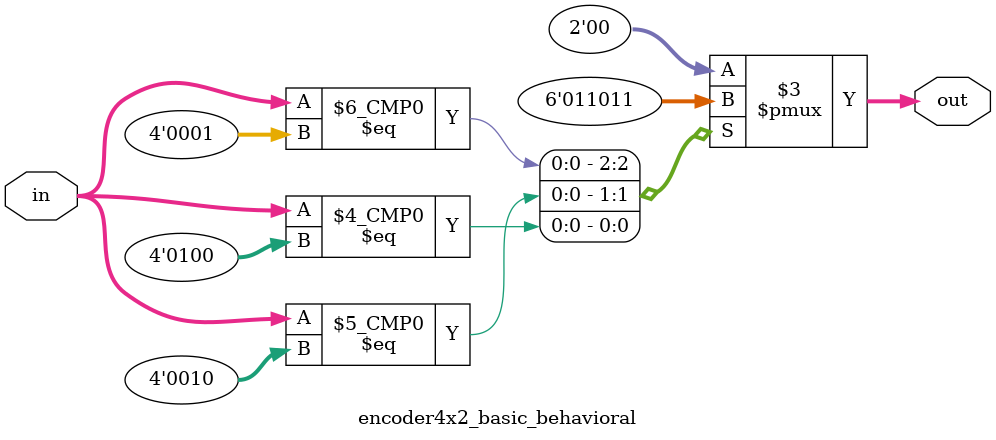
<source format=v>
module encoder4x2_basic_behavioral(input [3:0] in, output reg [1:0] out);

    always @* begin
        case(in)
            4'b0001: out = 2'b01;
            4'b0010: out = 2'b10;
            4'b0100: out = 2'b11;
            default: out = 2'b00;
        endcase
    end

endmodule

</source>
